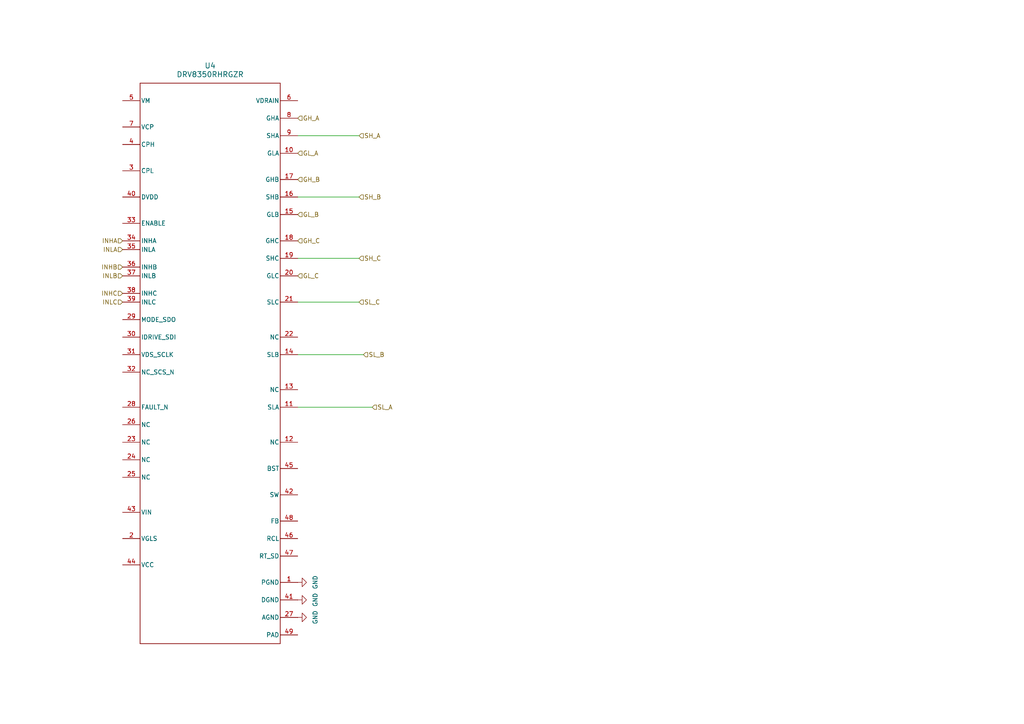
<source format=kicad_sch>
(kicad_sch
	(version 20231120)
	(generator "eeschema")
	(generator_version "8.0")
	(uuid "66c70677-4568-4e67-b7d8-669a7f8bf894")
	(paper "A4")
	(lib_symbols
		(symbol "Syms:DRV8350RHRGZR"
			(pin_names
				(offset 0.254)
			)
			(exclude_from_sim no)
			(in_bom yes)
			(on_board yes)
			(property "Reference" "U"
				(at 0 2.54 0)
				(effects
					(font
						(size 1.524 1.524)
					)
				)
			)
			(property "Value" "DRV8350RHRGZR"
				(at 0 0 0)
				(effects
					(font
						(size 1.524 1.524)
					)
				)
			)
			(property "Footprint" "RGZ0048L"
				(at 0 0 0)
				(effects
					(font
						(size 1.27 1.27)
						(italic yes)
					)
					(hide yes)
				)
			)
			(property "Datasheet" "DRV8350RHRGZR"
				(at 0 0 0)
				(effects
					(font
						(size 1.27 1.27)
						(italic yes)
					)
					(hide yes)
				)
			)
			(property "Description" ""
				(at 0 0 0)
				(effects
					(font
						(size 1.27 1.27)
					)
					(hide yes)
				)
			)
			(property "ki_locked" ""
				(at 0 0 0)
				(effects
					(font
						(size 1.27 1.27)
					)
				)
			)
			(property "ki_keywords" "DRV8350RHRGZR"
				(at 0 0 0)
				(effects
					(font
						(size 1.27 1.27)
					)
					(hide yes)
				)
			)
			(property "ki_fp_filters" "RGZ0048L"
				(at 0 0 0)
				(effects
					(font
						(size 1.27 1.27)
					)
					(hide yes)
				)
			)
			(symbol "DRV8350RHRGZR_0_1"
				(polyline
					(pts
						(xy -20.32 -81.28) (xy 20.32 -81.28)
					)
					(stroke
						(width 0.2032)
						(type default)
					)
					(fill
						(type none)
					)
				)
				(polyline
					(pts
						(xy -20.32 81.28) (xy -20.32 -81.28)
					)
					(stroke
						(width 0.2032)
						(type default)
					)
					(fill
						(type none)
					)
				)
				(polyline
					(pts
						(xy 20.32 -81.28) (xy 20.32 81.28)
					)
					(stroke
						(width 0.2032)
						(type default)
					)
					(fill
						(type none)
					)
				)
				(polyline
					(pts
						(xy 20.32 81.28) (xy -20.32 81.28)
					)
					(stroke
						(width 0.2032)
						(type default)
					)
					(fill
						(type none)
					)
				)
				(pin power_in line
					(at 25.4 -63.5 180)
					(length 5.08)
					(name "PGND"
						(effects
							(font
								(size 1.27 1.27)
							)
						)
					)
					(number "1"
						(effects
							(font
								(size 1.27 1.27)
							)
						)
					)
				)
				(pin output line
					(at 25.4 60.96 180)
					(length 5.08)
					(name "GLA"
						(effects
							(font
								(size 1.27 1.27)
							)
						)
					)
					(number "10"
						(effects
							(font
								(size 1.27 1.27)
							)
						)
					)
				)
				(pin input line
					(at 25.4 -12.7 180)
					(length 5.08)
					(name "SLA"
						(effects
							(font
								(size 1.27 1.27)
							)
						)
					)
					(number "11"
						(effects
							(font
								(size 1.27 1.27)
							)
						)
					)
				)
				(pin unspecified line
					(at 25.4 -22.86 180)
					(length 5.08)
					(name "NC"
						(effects
							(font
								(size 1.27 1.27)
							)
						)
					)
					(number "12"
						(effects
							(font
								(size 1.27 1.27)
							)
						)
					)
				)
				(pin unspecified line
					(at 25.4 -7.62 180)
					(length 5.08)
					(name "NC"
						(effects
							(font
								(size 1.27 1.27)
							)
						)
					)
					(number "13"
						(effects
							(font
								(size 1.27 1.27)
							)
						)
					)
				)
				(pin input line
					(at 25.4 2.54 180)
					(length 5.08)
					(name "SLB"
						(effects
							(font
								(size 1.27 1.27)
							)
						)
					)
					(number "14"
						(effects
							(font
								(size 1.27 1.27)
							)
						)
					)
				)
				(pin output line
					(at 25.4 43.18 180)
					(length 5.08)
					(name "GLB"
						(effects
							(font
								(size 1.27 1.27)
							)
						)
					)
					(number "15"
						(effects
							(font
								(size 1.27 1.27)
							)
						)
					)
				)
				(pin input line
					(at 25.4 48.26 180)
					(length 5.08)
					(name "SHB"
						(effects
							(font
								(size 1.27 1.27)
							)
						)
					)
					(number "16"
						(effects
							(font
								(size 1.27 1.27)
							)
						)
					)
				)
				(pin output line
					(at 25.4 53.34 180)
					(length 5.08)
					(name "GHB"
						(effects
							(font
								(size 1.27 1.27)
							)
						)
					)
					(number "17"
						(effects
							(font
								(size 1.27 1.27)
							)
						)
					)
				)
				(pin output line
					(at 25.4 35.56 180)
					(length 5.08)
					(name "GHC"
						(effects
							(font
								(size 1.27 1.27)
							)
						)
					)
					(number "18"
						(effects
							(font
								(size 1.27 1.27)
							)
						)
					)
				)
				(pin input line
					(at 25.4 30.48 180)
					(length 5.08)
					(name "SHC"
						(effects
							(font
								(size 1.27 1.27)
							)
						)
					)
					(number "19"
						(effects
							(font
								(size 1.27 1.27)
							)
						)
					)
				)
				(pin power_in line
					(at -25.4 -50.8 0)
					(length 5.08)
					(name "VGLS"
						(effects
							(font
								(size 1.27 1.27)
							)
						)
					)
					(number "2"
						(effects
							(font
								(size 1.27 1.27)
							)
						)
					)
				)
				(pin output line
					(at 25.4 25.4 180)
					(length 5.08)
					(name "GLC"
						(effects
							(font
								(size 1.27 1.27)
							)
						)
					)
					(number "20"
						(effects
							(font
								(size 1.27 1.27)
							)
						)
					)
				)
				(pin input line
					(at 25.4 17.78 180)
					(length 5.08)
					(name "SLC"
						(effects
							(font
								(size 1.27 1.27)
							)
						)
					)
					(number "21"
						(effects
							(font
								(size 1.27 1.27)
							)
						)
					)
				)
				(pin unspecified line
					(at 25.4 7.62 180)
					(length 5.08)
					(name "NC"
						(effects
							(font
								(size 1.27 1.27)
							)
						)
					)
					(number "22"
						(effects
							(font
								(size 1.27 1.27)
							)
						)
					)
				)
				(pin unspecified line
					(at -25.4 -22.86 0)
					(length 5.08)
					(name "NC"
						(effects
							(font
								(size 1.27 1.27)
							)
						)
					)
					(number "23"
						(effects
							(font
								(size 1.27 1.27)
							)
						)
					)
				)
				(pin unspecified line
					(at -25.4 -27.94 0)
					(length 5.08)
					(name "NC"
						(effects
							(font
								(size 1.27 1.27)
							)
						)
					)
					(number "24"
						(effects
							(font
								(size 1.27 1.27)
							)
						)
					)
				)
				(pin unspecified line
					(at -25.4 -33.02 0)
					(length 5.08)
					(name "NC"
						(effects
							(font
								(size 1.27 1.27)
							)
						)
					)
					(number "25"
						(effects
							(font
								(size 1.27 1.27)
							)
						)
					)
				)
				(pin unspecified line
					(at -25.4 -17.78 0)
					(length 5.08)
					(name "NC"
						(effects
							(font
								(size 1.27 1.27)
							)
						)
					)
					(number "26"
						(effects
							(font
								(size 1.27 1.27)
							)
						)
					)
				)
				(pin power_in line
					(at 25.4 -73.66 180)
					(length 5.08)
					(name "AGND"
						(effects
							(font
								(size 1.27 1.27)
							)
						)
					)
					(number "27"
						(effects
							(font
								(size 1.27 1.27)
							)
						)
					)
				)
				(pin open_collector line
					(at -25.4 -12.7 0)
					(length 5.08)
					(name "FAULT_N"
						(effects
							(font
								(size 1.27 1.27)
							)
						)
					)
					(number "28"
						(effects
							(font
								(size 1.27 1.27)
							)
						)
					)
				)
				(pin bidirectional line
					(at -25.4 12.7 0)
					(length 5.08)
					(name "MODE_SDO"
						(effects
							(font
								(size 1.27 1.27)
							)
						)
					)
					(number "29"
						(effects
							(font
								(size 1.27 1.27)
							)
						)
					)
				)
				(pin power_in line
					(at -25.4 55.88 0)
					(length 5.08)
					(name "CPL"
						(effects
							(font
								(size 1.27 1.27)
							)
						)
					)
					(number "3"
						(effects
							(font
								(size 1.27 1.27)
							)
						)
					)
				)
				(pin input line
					(at -25.4 7.62 0)
					(length 5.08)
					(name "IDRIVE_SDI"
						(effects
							(font
								(size 1.27 1.27)
							)
						)
					)
					(number "30"
						(effects
							(font
								(size 1.27 1.27)
							)
						)
					)
				)
				(pin input line
					(at -25.4 2.54 0)
					(length 5.08)
					(name "VDS_SCLK"
						(effects
							(font
								(size 1.27 1.27)
							)
						)
					)
					(number "31"
						(effects
							(font
								(size 1.27 1.27)
							)
						)
					)
				)
				(pin input line
					(at -25.4 -2.54 0)
					(length 5.08)
					(name "NC_SCS_N"
						(effects
							(font
								(size 1.27 1.27)
							)
						)
					)
					(number "32"
						(effects
							(font
								(size 1.27 1.27)
							)
						)
					)
				)
				(pin input line
					(at -25.4 40.64 0)
					(length 5.08)
					(name "ENABLE"
						(effects
							(font
								(size 1.27 1.27)
							)
						)
					)
					(number "33"
						(effects
							(font
								(size 1.27 1.27)
							)
						)
					)
				)
				(pin input line
					(at -25.4 35.56 0)
					(length 5.08)
					(name "INHA"
						(effects
							(font
								(size 1.27 1.27)
							)
						)
					)
					(number "34"
						(effects
							(font
								(size 1.27 1.27)
							)
						)
					)
				)
				(pin input line
					(at -25.4 33.02 0)
					(length 5.08)
					(name "INLA"
						(effects
							(font
								(size 1.27 1.27)
							)
						)
					)
					(number "35"
						(effects
							(font
								(size 1.27 1.27)
							)
						)
					)
				)
				(pin input line
					(at -25.4 27.94 0)
					(length 5.08)
					(name "INHB"
						(effects
							(font
								(size 1.27 1.27)
							)
						)
					)
					(number "36"
						(effects
							(font
								(size 1.27 1.27)
							)
						)
					)
				)
				(pin input line
					(at -25.4 25.4 0)
					(length 5.08)
					(name "INLB"
						(effects
							(font
								(size 1.27 1.27)
							)
						)
					)
					(number "37"
						(effects
							(font
								(size 1.27 1.27)
							)
						)
					)
				)
				(pin input line
					(at -25.4 20.32 0)
					(length 5.08)
					(name "INHC"
						(effects
							(font
								(size 1.27 1.27)
							)
						)
					)
					(number "38"
						(effects
							(font
								(size 1.27 1.27)
							)
						)
					)
				)
				(pin input line
					(at -25.4 17.78 0)
					(length 5.08)
					(name "INLC"
						(effects
							(font
								(size 1.27 1.27)
							)
						)
					)
					(number "39"
						(effects
							(font
								(size 1.27 1.27)
							)
						)
					)
				)
				(pin power_in line
					(at -25.4 63.5 0)
					(length 5.08)
					(name "CPH"
						(effects
							(font
								(size 1.27 1.27)
							)
						)
					)
					(number "4"
						(effects
							(font
								(size 1.27 1.27)
							)
						)
					)
				)
				(pin power_in line
					(at -25.4 48.26 0)
					(length 5.08)
					(name "DVDD"
						(effects
							(font
								(size 1.27 1.27)
							)
						)
					)
					(number "40"
						(effects
							(font
								(size 1.27 1.27)
							)
						)
					)
				)
				(pin power_in line
					(at 25.4 -68.58 180)
					(length 5.08)
					(name "DGND"
						(effects
							(font
								(size 1.27 1.27)
							)
						)
					)
					(number "41"
						(effects
							(font
								(size 1.27 1.27)
							)
						)
					)
				)
				(pin power_in line
					(at 25.4 -38.1 180)
					(length 5.08)
					(name "SW"
						(effects
							(font
								(size 1.27 1.27)
							)
						)
					)
					(number "42"
						(effects
							(font
								(size 1.27 1.27)
							)
						)
					)
				)
				(pin power_in line
					(at -25.4 -43.18 0)
					(length 5.08)
					(name "VIN"
						(effects
							(font
								(size 1.27 1.27)
							)
						)
					)
					(number "43"
						(effects
							(font
								(size 1.27 1.27)
							)
						)
					)
				)
				(pin power_in line
					(at -25.4 -58.42 0)
					(length 5.08)
					(name "VCC"
						(effects
							(font
								(size 1.27 1.27)
							)
						)
					)
					(number "44"
						(effects
							(font
								(size 1.27 1.27)
							)
						)
					)
				)
				(pin power_in line
					(at 25.4 -30.48 180)
					(length 5.08)
					(name "BST"
						(effects
							(font
								(size 1.27 1.27)
							)
						)
					)
					(number "45"
						(effects
							(font
								(size 1.27 1.27)
							)
						)
					)
				)
				(pin input line
					(at 25.4 -50.8 180)
					(length 5.08)
					(name "RCL"
						(effects
							(font
								(size 1.27 1.27)
							)
						)
					)
					(number "46"
						(effects
							(font
								(size 1.27 1.27)
							)
						)
					)
				)
				(pin input line
					(at 25.4 -55.88 180)
					(length 5.08)
					(name "RT_SD"
						(effects
							(font
								(size 1.27 1.27)
							)
						)
					)
					(number "47"
						(effects
							(font
								(size 1.27 1.27)
							)
						)
					)
				)
				(pin input line
					(at 25.4 -45.72 180)
					(length 5.08)
					(name "FB"
						(effects
							(font
								(size 1.27 1.27)
							)
						)
					)
					(number "48"
						(effects
							(font
								(size 1.27 1.27)
							)
						)
					)
				)
				(pin power_in line
					(at 25.4 -78.74 180)
					(length 5.08)
					(name "PAD"
						(effects
							(font
								(size 1.27 1.27)
							)
						)
					)
					(number "49"
						(effects
							(font
								(size 1.27 1.27)
							)
						)
					)
				)
				(pin power_in line
					(at -25.4 76.2 0)
					(length 5.08)
					(name "VM"
						(effects
							(font
								(size 1.27 1.27)
							)
						)
					)
					(number "5"
						(effects
							(font
								(size 1.27 1.27)
							)
						)
					)
				)
				(pin input line
					(at 25.4 76.2 180)
					(length 5.08)
					(name "VDRAIN"
						(effects
							(font
								(size 1.27 1.27)
							)
						)
					)
					(number "6"
						(effects
							(font
								(size 1.27 1.27)
							)
						)
					)
				)
				(pin power_in line
					(at -25.4 68.58 0)
					(length 5.08)
					(name "VCP"
						(effects
							(font
								(size 1.27 1.27)
							)
						)
					)
					(number "7"
						(effects
							(font
								(size 1.27 1.27)
							)
						)
					)
				)
				(pin output line
					(at 25.4 71.12 180)
					(length 5.08)
					(name "GHA"
						(effects
							(font
								(size 1.27 1.27)
							)
						)
					)
					(number "8"
						(effects
							(font
								(size 1.27 1.27)
							)
						)
					)
				)
				(pin input line
					(at 25.4 66.04 180)
					(length 5.08)
					(name "SHA"
						(effects
							(font
								(size 1.27 1.27)
							)
						)
					)
					(number "9"
						(effects
							(font
								(size 1.27 1.27)
							)
						)
					)
				)
			)
		)
		(symbol "power:GND"
			(power)
			(pin_numbers hide)
			(pin_names
				(offset 0) hide)
			(exclude_from_sim no)
			(in_bom yes)
			(on_board yes)
			(property "Reference" "#PWR"
				(at 0 -6.35 0)
				(effects
					(font
						(size 1.27 1.27)
					)
					(hide yes)
				)
			)
			(property "Value" "GND"
				(at 0 -3.81 0)
				(effects
					(font
						(size 1.27 1.27)
					)
				)
			)
			(property "Footprint" ""
				(at 0 0 0)
				(effects
					(font
						(size 1.27 1.27)
					)
					(hide yes)
				)
			)
			(property "Datasheet" ""
				(at 0 0 0)
				(effects
					(font
						(size 1.27 1.27)
					)
					(hide yes)
				)
			)
			(property "Description" "Power symbol creates a global label with name \"GND\" , ground"
				(at 0 0 0)
				(effects
					(font
						(size 1.27 1.27)
					)
					(hide yes)
				)
			)
			(property "ki_keywords" "global power"
				(at 0 0 0)
				(effects
					(font
						(size 1.27 1.27)
					)
					(hide yes)
				)
			)
			(symbol "GND_0_1"
				(polyline
					(pts
						(xy 0 0) (xy 0 -1.27) (xy 1.27 -1.27) (xy 0 -2.54) (xy -1.27 -1.27) (xy 0 -1.27)
					)
					(stroke
						(width 0)
						(type default)
					)
					(fill
						(type none)
					)
				)
			)
			(symbol "GND_1_1"
				(pin power_in line
					(at 0 0 270)
					(length 0)
					(name "~"
						(effects
							(font
								(size 1.27 1.27)
							)
						)
					)
					(number "1"
						(effects
							(font
								(size 1.27 1.27)
							)
						)
					)
				)
			)
		)
	)
	(wire
		(pts
			(xy 104.14 57.15) (xy 86.36 57.15)
		)
		(stroke
			(width 0)
			(type default)
		)
		(uuid "0627baf4-3579-47be-8de1-2728c7b78ccc")
	)
	(wire
		(pts
			(xy 105.41 102.87) (xy 86.36 102.87)
		)
		(stroke
			(width 0)
			(type default)
		)
		(uuid "3aea9b1a-43b9-416f-a93b-296ea473998e")
	)
	(wire
		(pts
			(xy 104.14 74.93) (xy 86.36 74.93)
		)
		(stroke
			(width 0)
			(type default)
		)
		(uuid "4f6501e7-3838-49eb-be7e-fe6bad33ab63")
	)
	(wire
		(pts
			(xy 104.14 39.37) (xy 86.36 39.37)
		)
		(stroke
			(width 0)
			(type default)
		)
		(uuid "65ba7909-c0e1-4a07-abb1-94c242e57efa")
	)
	(wire
		(pts
			(xy 104.14 87.63) (xy 86.36 87.63)
		)
		(stroke
			(width 0)
			(type default)
		)
		(uuid "65c5106e-58ca-4815-a28e-1aec6e11b64f")
	)
	(wire
		(pts
			(xy 107.95 118.11) (xy 86.36 118.11)
		)
		(stroke
			(width 0)
			(type default)
		)
		(uuid "6c26858f-a575-41a0-ba31-4c647ce08d8d")
	)
	(hierarchical_label "SH_A"
		(shape input)
		(at 104.14 39.37 0)
		(fields_autoplaced yes)
		(effects
			(font
				(size 1.27 1.27)
			)
			(justify left)
		)
		(uuid "0afc2ac9-75ff-47df-a741-1f5fbcb9e4e1")
	)
	(hierarchical_label "SL_A"
		(shape input)
		(at 107.95 118.11 0)
		(fields_autoplaced yes)
		(effects
			(font
				(size 1.27 1.27)
			)
			(justify left)
		)
		(uuid "0ecea4a4-949e-4fa0-b793-6f721b2a4db7")
	)
	(hierarchical_label "GH_C"
		(shape input)
		(at 86.36 69.85 0)
		(fields_autoplaced yes)
		(effects
			(font
				(size 1.27 1.27)
			)
			(justify left)
		)
		(uuid "2d0f84b5-47d5-4c18-aeaf-a28d97c62f82")
	)
	(hierarchical_label "INHA"
		(shape input)
		(at 35.56 69.85 180)
		(fields_autoplaced yes)
		(effects
			(font
				(size 1.27 1.27)
			)
			(justify right)
		)
		(uuid "3f8fbcad-ddd7-4717-9a78-2718d3ebecb7")
	)
	(hierarchical_label "SH_C"
		(shape input)
		(at 104.14 74.93 0)
		(fields_autoplaced yes)
		(effects
			(font
				(size 1.27 1.27)
			)
			(justify left)
		)
		(uuid "456d4076-11c3-498e-81b3-83de1cabc75b")
	)
	(hierarchical_label "GL_C"
		(shape input)
		(at 86.36 80.01 0)
		(fields_autoplaced yes)
		(effects
			(font
				(size 1.27 1.27)
			)
			(justify left)
		)
		(uuid "47a245cb-5062-4ebb-be3d-bf7c49afd47b")
	)
	(hierarchical_label "INLC"
		(shape input)
		(at 35.56 87.63 180)
		(fields_autoplaced yes)
		(effects
			(font
				(size 1.27 1.27)
			)
			(justify right)
		)
		(uuid "695dc37f-d450-4b9a-9dc5-9ff44828f881")
	)
	(hierarchical_label "INHB"
		(shape input)
		(at 35.56 77.47 180)
		(fields_autoplaced yes)
		(effects
			(font
				(size 1.27 1.27)
			)
			(justify right)
		)
		(uuid "7893f962-f19c-4eb3-ad68-7d880076e831")
	)
	(hierarchical_label "GH_A"
		(shape input)
		(at 86.36 34.29 0)
		(fields_autoplaced yes)
		(effects
			(font
				(size 1.27 1.27)
			)
			(justify left)
		)
		(uuid "c36519c1-c8e0-4faf-b250-e8ba4ef94276")
	)
	(hierarchical_label "GL_A"
		(shape input)
		(at 86.36 44.45 0)
		(fields_autoplaced yes)
		(effects
			(font
				(size 1.27 1.27)
			)
			(justify left)
		)
		(uuid "c41adb6f-3a89-4a14-89d7-c4adafbd60e8")
	)
	(hierarchical_label "INLB"
		(shape input)
		(at 35.56 80.01 180)
		(fields_autoplaced yes)
		(effects
			(font
				(size 1.27 1.27)
			)
			(justify right)
		)
		(uuid "c5520b29-8595-46a2-a181-49b6f93559d4")
	)
	(hierarchical_label "GH_B"
		(shape input)
		(at 86.36 52.07 0)
		(fields_autoplaced yes)
		(effects
			(font
				(size 1.27 1.27)
			)
			(justify left)
		)
		(uuid "cbeb54af-871a-4b9e-b126-b63c6972ee83")
	)
	(hierarchical_label "SH_B"
		(shape input)
		(at 104.14 57.15 0)
		(fields_autoplaced yes)
		(effects
			(font
				(size 1.27 1.27)
			)
			(justify left)
		)
		(uuid "d373ec77-8d09-4e66-8adb-f95821133dda")
	)
	(hierarchical_label "SL_B"
		(shape input)
		(at 105.41 102.87 0)
		(fields_autoplaced yes)
		(effects
			(font
				(size 1.27 1.27)
			)
			(justify left)
		)
		(uuid "dc1e05b6-a63c-4e34-88d0-7ba2023d1965")
	)
	(hierarchical_label "SL_C"
		(shape input)
		(at 104.14 87.63 0)
		(fields_autoplaced yes)
		(effects
			(font
				(size 1.27 1.27)
			)
			(justify left)
		)
		(uuid "e25917c1-609b-40e3-8fe6-55cc1ec72111")
	)
	(hierarchical_label "INLA"
		(shape input)
		(at 35.56 72.39 180)
		(fields_autoplaced yes)
		(effects
			(font
				(size 1.27 1.27)
			)
			(justify right)
		)
		(uuid "e8e126b8-1abe-4121-987c-94a25521ec83")
	)
	(hierarchical_label "GL_B"
		(shape input)
		(at 86.36 62.23 0)
		(fields_autoplaced yes)
		(effects
			(font
				(size 1.27 1.27)
			)
			(justify left)
		)
		(uuid "f1ac03ab-2a36-453a-b5a8-2d004a57ae40")
	)
	(hierarchical_label "INHC"
		(shape input)
		(at 35.56 85.09 180)
		(fields_autoplaced yes)
		(effects
			(font
				(size 1.27 1.27)
			)
			(justify right)
		)
		(uuid "f6b0ec62-0a40-46a5-ba23-08e5f9bba0ee")
	)
	(symbol
		(lib_id "power:GND")
		(at 86.36 173.99 90)
		(mirror x)
		(unit 1)
		(exclude_from_sim no)
		(in_bom yes)
		(on_board yes)
		(dnp no)
		(uuid "0b5311a4-d877-406f-b7a9-1123385456b7")
		(property "Reference" "#PWR010"
			(at 92.71 173.99 0)
			(effects
				(font
					(size 1.27 1.27)
				)
				(hide yes)
			)
		)
		(property "Value" "GND"
			(at 91.44 173.99 0)
			(effects
				(font
					(size 1.27 1.27)
				)
			)
		)
		(property "Footprint" ""
			(at 86.36 173.99 0)
			(effects
				(font
					(size 1.27 1.27)
				)
				(hide yes)
			)
		)
		(property "Datasheet" ""
			(at 86.36 173.99 0)
			(effects
				(font
					(size 1.27 1.27)
				)
				(hide yes)
			)
		)
		(property "Description" "Power symbol creates a global label with name \"GND\" , ground"
			(at 86.36 173.99 0)
			(effects
				(font
					(size 1.27 1.27)
				)
				(hide yes)
			)
		)
		(pin "1"
			(uuid "63930bc3-1aee-46ce-aae0-7acfeb7e13fc")
		)
		(instances
			(project "Autonomous ATV 3-Phase Motor Driver"
				(path "/c5e750c3-7b06-469b-9efb-967b28a1b3b6/c8897aee-5ab3-4a3c-9b1d-1a38efc92575"
					(reference "#PWR010")
					(unit 1)
				)
			)
		)
	)
	(symbol
		(lib_id "power:GND")
		(at 86.36 168.91 90)
		(mirror x)
		(unit 1)
		(exclude_from_sim no)
		(in_bom yes)
		(on_board yes)
		(dnp no)
		(uuid "a6018ba0-8984-4f19-95e3-9c8e4ae912ed")
		(property "Reference" "#PWR09"
			(at 92.71 168.91 0)
			(effects
				(font
					(size 1.27 1.27)
				)
				(hide yes)
			)
		)
		(property "Value" "GND"
			(at 91.44 168.91 0)
			(effects
				(font
					(size 1.27 1.27)
				)
			)
		)
		(property "Footprint" ""
			(at 86.36 168.91 0)
			(effects
				(font
					(size 1.27 1.27)
				)
				(hide yes)
			)
		)
		(property "Datasheet" ""
			(at 86.36 168.91 0)
			(effects
				(font
					(size 1.27 1.27)
				)
				(hide yes)
			)
		)
		(property "Description" "Power symbol creates a global label with name \"GND\" , ground"
			(at 86.36 168.91 0)
			(effects
				(font
					(size 1.27 1.27)
				)
				(hide yes)
			)
		)
		(pin "1"
			(uuid "f369f8e5-04db-4391-ab62-77d3abb13eaf")
		)
		(instances
			(project ""
				(path "/c5e750c3-7b06-469b-9efb-967b28a1b3b6/c8897aee-5ab3-4a3c-9b1d-1a38efc92575"
					(reference "#PWR09")
					(unit 1)
				)
			)
		)
	)
	(symbol
		(lib_id "power:GND")
		(at 86.36 179.07 90)
		(mirror x)
		(unit 1)
		(exclude_from_sim no)
		(in_bom yes)
		(on_board yes)
		(dnp no)
		(uuid "b9e5d3b1-3c0a-4cd3-8471-539840b7f6a1")
		(property "Reference" "#PWR011"
			(at 92.71 179.07 0)
			(effects
				(font
					(size 1.27 1.27)
				)
				(hide yes)
			)
		)
		(property "Value" "GND"
			(at 91.44 179.07 0)
			(effects
				(font
					(size 1.27 1.27)
				)
			)
		)
		(property "Footprint" ""
			(at 86.36 179.07 0)
			(effects
				(font
					(size 1.27 1.27)
				)
				(hide yes)
			)
		)
		(property "Datasheet" ""
			(at 86.36 179.07 0)
			(effects
				(font
					(size 1.27 1.27)
				)
				(hide yes)
			)
		)
		(property "Description" "Power symbol creates a global label with name \"GND\" , ground"
			(at 86.36 179.07 0)
			(effects
				(font
					(size 1.27 1.27)
				)
				(hide yes)
			)
		)
		(pin "1"
			(uuid "b891d687-6309-4e93-8f18-620de9036517")
		)
		(instances
			(project "Autonomous ATV 3-Phase Motor Driver"
				(path "/c5e750c3-7b06-469b-9efb-967b28a1b3b6/c8897aee-5ab3-4a3c-9b1d-1a38efc92575"
					(reference "#PWR011")
					(unit 1)
				)
			)
		)
	)
	(symbol
		(lib_id "Syms:DRV8350RHRGZR")
		(at 60.96 105.41 0)
		(unit 1)
		(exclude_from_sim no)
		(in_bom yes)
		(on_board yes)
		(dnp no)
		(fields_autoplaced yes)
		(uuid "c15f1d6a-1c86-47f3-8c49-c872142252bc")
		(property "Reference" "U4"
			(at 60.96 19.05 0)
			(effects
				(font
					(size 1.524 1.524)
				)
			)
		)
		(property "Value" "DRV8350RHRGZR"
			(at 60.96 21.59 0)
			(effects
				(font
					(size 1.524 1.524)
				)
			)
		)
		(property "Footprint" "RGZ0048L"
			(at 60.96 105.41 0)
			(effects
				(font
					(size 1.27 1.27)
					(italic yes)
				)
				(hide yes)
			)
		)
		(property "Datasheet" "DRV8350RHRGZR"
			(at 60.96 105.41 0)
			(effects
				(font
					(size 1.27 1.27)
					(italic yes)
				)
				(hide yes)
			)
		)
		(property "Description" ""
			(at 60.96 105.41 0)
			(effects
				(font
					(size 1.27 1.27)
				)
				(hide yes)
			)
		)
		(pin "21"
			(uuid "3bda7e49-51a1-404a-86bf-05cc3f93a008")
		)
		(pin "22"
			(uuid "37518f14-76b2-49f8-ba5b-6d74b6d215a1")
		)
		(pin "46"
			(uuid "11084f71-b122-447f-a9d9-accdac1d3f98")
		)
		(pin "32"
			(uuid "2ce587d1-4f99-4af3-b30c-493d1f0cb7dd")
		)
		(pin "20"
			(uuid "bc67413d-8e3f-43ca-9b78-e20c48c9adf4")
		)
		(pin "35"
			(uuid "0cfce6fe-780a-4e89-81a5-3749ee4de79a")
		)
		(pin "41"
			(uuid "c67a639d-6746-4008-9588-e1458baf1488")
		)
		(pin "25"
			(uuid "3995cf3d-b39d-4f30-bc52-607c189cdc5b")
		)
		(pin "27"
			(uuid "3a19a99a-5420-4993-aa21-1a746a2184dd")
		)
		(pin "39"
			(uuid "6362840a-8ede-45e3-8523-a72474436cfb")
		)
		(pin "13"
			(uuid "b35090f7-8cff-4e84-826b-a6c213e64b3b")
		)
		(pin "29"
			(uuid "d8dc586c-4f26-4219-a1a6-634dcc896702")
		)
		(pin "15"
			(uuid "a625a8c9-a0d1-478e-b1d6-d8f26fa7f6cf")
		)
		(pin "30"
			(uuid "aee83494-7cc0-4474-b718-0a64c9e27458")
		)
		(pin "36"
			(uuid "8b02b312-8d95-4f22-9928-e5c587c2a0ef")
		)
		(pin "33"
			(uuid "ad64781a-f01f-41d1-ae9a-13e80be08be1")
		)
		(pin "16"
			(uuid "78a45f5a-b563-450b-9590-913cadba78e6")
		)
		(pin "23"
			(uuid "1c918abc-3a00-4ed5-89b9-b315be187b4c")
		)
		(pin "12"
			(uuid "c5edf596-248b-4e59-86e4-8dd8b6a4a36b")
		)
		(pin "37"
			(uuid "972c6532-b5ac-4cbe-a07a-59d384358284")
		)
		(pin "19"
			(uuid "4d1e249f-3e85-483e-b11b-18f36e8a5b51")
		)
		(pin "17"
			(uuid "64154fde-4aa0-4cf8-a85e-916b81c7721a")
		)
		(pin "34"
			(uuid "ff6050ad-a31a-4b95-800d-d611daa77cb0")
		)
		(pin "4"
			(uuid "57915867-e907-46fb-9343-a1447bbdffbf")
		)
		(pin "43"
			(uuid "8e4f3469-e6d8-40e4-9cf4-48966907991e")
		)
		(pin "44"
			(uuid "5cadc0d7-107c-4fbe-8e5c-7f0d8594e194")
		)
		(pin "2"
			(uuid "bc3763ab-9e17-43e8-bf6f-b9f0e973a633")
		)
		(pin "24"
			(uuid "ca2814bb-e893-4f52-998b-caac35804ed6")
		)
		(pin "5"
			(uuid "c0edccd1-a742-4be5-96ca-2e5279e091ce")
		)
		(pin "40"
			(uuid "dbe31bae-4428-4f92-8c61-b4e15c23da52")
		)
		(pin "10"
			(uuid "d8927a7d-8e6a-4793-8dbc-57b7427a3bdf")
		)
		(pin "28"
			(uuid "3c5acdd3-0c79-477e-a70d-0ea492dc1150")
		)
		(pin "45"
			(uuid "045ed8cd-9cf0-46ef-94f8-b765185ce123")
		)
		(pin "47"
			(uuid "f22fa8be-eb10-4bd2-afd2-131ea327ab76")
		)
		(pin "38"
			(uuid "7c62e86d-51c4-44a7-9a9a-bd85ca838849")
		)
		(pin "14"
			(uuid "fa9981b8-0e37-4060-8ce1-3364af4a51f0")
		)
		(pin "18"
			(uuid "271f23f6-57f5-4427-b088-c2fb3ab0e4e5")
		)
		(pin "48"
			(uuid "1462cd63-f448-4f40-a326-8d27ae3c8295")
		)
		(pin "3"
			(uuid "e4812700-3cbc-4e30-9cb0-1358226a2247")
		)
		(pin "49"
			(uuid "e1edc2d4-4a5e-4ddf-8dff-06c4dae9336c")
		)
		(pin "6"
			(uuid "89631a96-36ee-4b50-ae6e-89a435a7d36a")
		)
		(pin "9"
			(uuid "2ce79a5c-9a7f-4adf-a528-71c3e0b7311f")
		)
		(pin "31"
			(uuid "e8dccd80-529b-47c9-bb35-72f699c7f63b")
		)
		(pin "8"
			(uuid "f747e3c3-925c-418a-8bfb-2a07bae9c402")
		)
		(pin "11"
			(uuid "41082922-77d0-41e3-889d-327fd94c6650")
		)
		(pin "1"
			(uuid "bef41055-29bd-4128-931f-c2716c16138a")
		)
		(pin "42"
			(uuid "f2c1ee1d-d7bd-41f8-8910-c1e57e64eb06")
		)
		(pin "26"
			(uuid "3b0b2cd4-c36b-498b-95e5-56839c121d86")
		)
		(pin "7"
			(uuid "ebaef60d-68ae-4121-b4cc-6124957fcf13")
		)
		(instances
			(project ""
				(path "/c5e750c3-7b06-469b-9efb-967b28a1b3b6/c8897aee-5ab3-4a3c-9b1d-1a38efc92575"
					(reference "U4")
					(unit 1)
				)
			)
		)
	)
)

</source>
